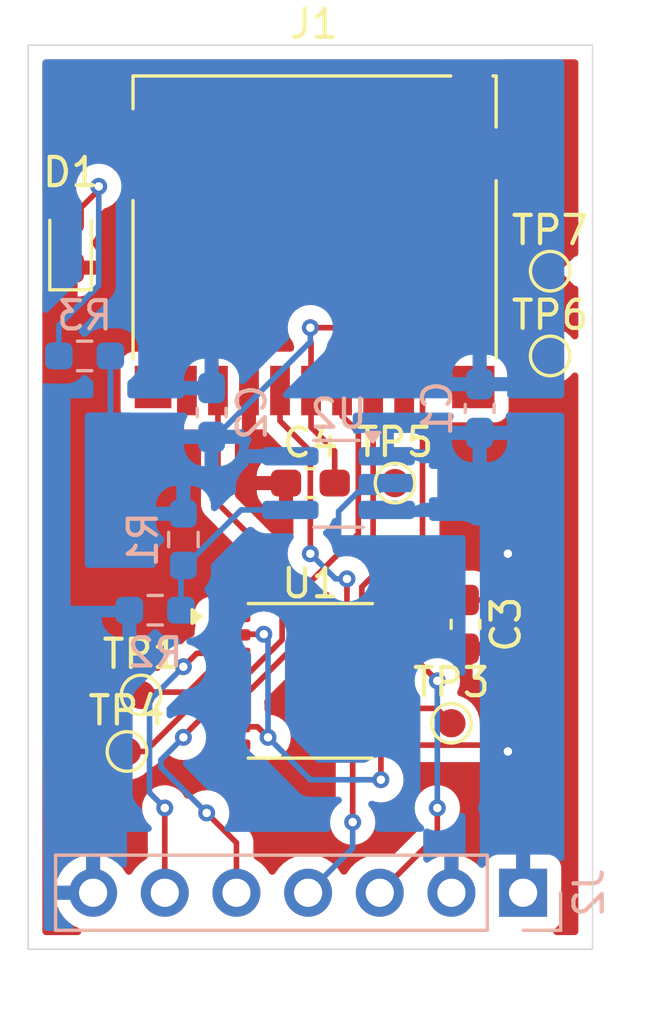
<source format=kicad_pcb>
(kicad_pcb (version 20240108) (generator "pcbnew") (generator_version "8.0")
  (layers (0 "F.Cu" signal) (31 "B.Cu" signal) (34 "B.Paste" user) (35 "F.Paste" user) (36 "B.SilkS" user "B.Silkscreen") (37 "F.SilkS" user "F.Silkscreen") (38 "B.Mask" user) (39 "F.Mask" user) (44 "Edge.Cuts" user))
  (net 0 "")
  (net 1 "VCC")
  (net 2 "GND")
  (net 3 "3.3v")
  (net 4 "Net-(D1-A)")
  (net 6 "DO")
  (net 7 "CLK")
  (net 9 "DI")
  (net 10 "SEL")
  (net 12 "MOSI")
  (net 13 "MISO")
  (net 14 "CS")
  (net 15 "SCK")
  (net 16 "Net-(U2-ADJ)")
  (footprint "Capacitor_SMD:C_0603_1608Metric_Pad1.08x0.95mm_HandSolder" (layer "F.Cu") (at 214.5 105.5 -90)
    (property "Reference" "C3" (at 0 -1.43 90) (layer "F.SilkS"))
    (property "Value" "1uF")
    (fp_line (start -0.146267 0.51) (end 0.146267 0.51) (stroke (width 0.12)) (layer "F.SilkS"))
    (fp_line (start -0.146267 -0.51) (end 0.146267 -0.51) (stroke (width 0.12)) (layer "F.SilkS"))
    (pad "1" smd roundrect (at -0.8625 0 270) (size 1.075 0.95) (layers "F.Cu" "F.Paste" "F.Mask") (net 1 "VCC"))
    (pad "2" smd roundrect (at 0.8625 0 270) (size 1.075 0.95) (layers "F.Cu" "F.Paste" "F.Mask") (net 2 "GND"))
  )
  (footprint "Connector_Card:microSD_HC_Hirose_DM3D-SF" (layer "F.Cu") (at 209.15 91.875)
    (property "Reference" "J1" (at -0.025 -7.625 360) (layer "F.SilkS"))
    (property "Value" "Micro_SD_Card")
    (fp_line (start -6.435 -5.785) (end 4.825 -5.785) (stroke (width 0.12)) (layer "F.SilkS"))
    (fp_line (start -6.435 -4.625) (end -6.435 -5.785) (stroke (width 0.12)) (layer "F.SilkS"))
    (fp_line (start -6.435 -1.375) (end -6.435 4.225) (stroke (width 0.12)) (layer "F.SilkS"))
    (fp_line (start 6.325 -5.785) (end 6.435 -5.785) (stroke (width 0.12)) (layer "F.SilkS"))
    (fp_line (start 6.435 -5.785) (end 6.435 -3.975) (stroke (width 0.12)) (layer "F.SilkS"))
    (fp_line (start 6.435 -2.075) (end 6.435 4.225) (stroke (width 0.12)) (layer "F.SilkS"))
    (pad "1" smd rect (at 3.175 5.35) (size 0.7 1.75) (layers "F.Cu" "F.Paste" "F.Mask"))
    (pad "2" smd rect (at 2.075 5.35) (size 0.7 1.75) (layers "F.Cu" "F.Paste" "F.Mask") (net 10 "SEL"))
    (pad "3" smd rect (at 0.975 5.35) (size 0.7 1.75) (layers "F.Cu" "F.Paste" "F.Mask") (net 9 "DI"))
    (pad "4" smd rect (at -0.125 5.35) (size 0.7 1.75) (layers "F.Cu" "F.Paste" "F.Mask") (net 3 "3.3v"))
    (pad "5" smd rect (at -1.225 5.35) (size 0.7 1.75) (layers "F.Cu" "F.Paste" "F.Mask") (net 7 "CLK"))
    (pad "6" smd rect (at -2.325 5.35) (size 0.7 1.75) (layers "F.Cu" "F.Paste" "F.Mask") (net 2 "GND"))
    (pad "7" smd rect (at -3.425 5.35) (size 0.7 1.75) (layers "F.Cu" "F.Paste" "F.Mask") (net 6 "DO"))
    (pad "8" smd rect (at -4.525 5.35) (size 0.7 1.75) (layers "F.Cu" "F.Paste" "F.Mask"))
    (pad "9" smd rect (at -5.65 -3.875) (size 1.45 1) (layers "F.Cu" "F.Paste" "F.Mask"))
    (pad "10" smd rect (at 5.575 -5.45) (size 1 1.55) (layers "F.Cu" "F.Paste" "F.Mask"))
    (pad "11" smd rect (at -5.975 -2.375) (size 0.8 1.5) (layers "F.Cu" "F.Paste" "F.Mask"))
    (pad "11" smd rect (at -5.725 5.225) (size 1.3 1.5) (layers "F.Cu" "F.Paste" "F.Mask"))
    (pad "11" smd rect (at 5.625 5.225) (size 1.5 1.5) (layers "F.Cu" "F.Paste" "F.Mask"))
    (pad "11" smd rect (at 5.975 -3.025) (size 0.8 1.4) (layers "F.Cu" "F.Paste" "F.Mask"))
    (zone (net 0) (net_name "") (layer "F.Cu") (connect_pads (clearance 0)) (min_thickness 0.254)
      (keepout (tracks not_allowed) (vias not_allowed) (pads not_allowed) (copperpour not_allowed) (footprints not_allowed))
      (fill (thermal_gap 0.508) (thermal_bridge_width 0.508))
      (polygon (pts (xy 204.225 90.35) (xy 212.725 90.35) (xy 212.725 92.35) (xy 204.225 92.35)))
    )
    (zone (net 0) (net_name "") (layer "F.Cu") (connect_pads (clearance 0)) (min_thickness 0.254)
      (keepout (tracks not_allowed) (vias not_allowed) (pads not_allowed) (copperpour not_allowed) (footprints not_allowed))
      (fill (thermal_gap 0.508) (thermal_bridge_width 0.508))
      (polygon (pts (xy 207.175 88) (xy 209.675 88) (xy 209.675 86.15) (xy 207.175 86.15)))
    )
  )
  (footprint "TestPoint:TestPoint_Pad_D1.0mm" (layer "F.Cu") (at 203 108)
    (property "Reference" "TP1" (at 0 -1.448 0) (layer "F.SilkS"))
    (property "Value" "TestPoint")
    (fp_circle (center 0 0) (end 0 0.7) (stroke (width 0.12)) (fill none) (layer "F.SilkS"))
    (pad "1" smd circle (at 0 0) (size 1 1) (layers "F.Cu" "F.Mask") (net 6 "DO"))
  )
  (footprint "TestPoint:TestPoint_Pad_D1.0mm" (layer "F.Cu") (at 214 109)
    (property "Reference" "TP3" (at 0 -1.448 0) (layer "F.SilkS"))
    (property "Value" "TestPoint")
    (fp_circle (center 0 0) (end 0 0.7) (stroke (width 0.12)) (fill none) (layer "F.SilkS"))
    (pad "1" smd circle (at 0 0) (size 1 1) (layers "F.Cu" "F.Mask") (net 7 "CLK"))
  )
  (footprint "TestPoint:TestPoint_Pad_D1.0mm" (layer "F.Cu") (at 212 100.5)
    (property "Reference" "TP5" (at 0 -1.448 0) (layer "F.SilkS"))
    (property "Value" "TestPoint")
    (fp_circle (center 0 0) (end 0 0.7) (stroke (width 0.12)) (fill none) (layer "F.SilkS"))
    (pad "1" smd circle (at 0 0) (size 1 1) (layers "F.Cu" "F.Mask") (net 10 "SEL"))
  )
  (footprint "TestPoint:TestPoint_Pad_D1.0mm" (layer "F.Cu") (at 217.5 93)
    (property "Reference" "TP7" (at 0 -1.448 0) (layer "F.SilkS"))
    (property "Value" "TestPoint")
    (fp_circle (center 0 0) (end 0 0.7) (stroke (width 0.12)) (fill none) (layer "F.SilkS"))
    (pad "1" smd circle (at 0 0) (size 1 1) (layers "F.Cu" "F.Mask") (net 2 "GND"))
  )
  (footprint "Package_SO:TSSOP-16_4.4x5mm_P0.65mm" (layer "F.Cu") (at 209 107.5)
    (property "Reference" "U1" (at 0 -3.45 0) (layer "F.SilkS"))
    (property "Value" "~")
    (fp_line (start 0 -2.735) (end -2.2 -2.735) (stroke (width 0.12)) (layer "F.SilkS"))
    (fp_line (start 0 -2.735) (end 2.2 -2.735) (stroke (width 0.12)) (layer "F.SilkS"))
    (fp_line (start 0 2.735) (end -2.2 2.735) (stroke (width 0.12)) (layer "F.SilkS"))
    (fp_line (start 0 2.735) (end 2.2 2.735) (stroke (width 0.12)) (layer "F.SilkS"))
    (fp_poly (pts (xy -3.86 -2.275) (xy -4.19 -2.515) (xy -4.19 -2.035) (xy -3.86 -2.275)) (stroke (width 0.12)) (fill solid) (layer "F.SilkS"))
    (pad "1" smd roundrect (at -2.8625 -2.275) (size 1.475 0.4) (layers "F.Cu" "F.Paste" "F.Mask") (net 1 "VCC"))
    (pad "2" smd roundrect (at -2.8625 -1.625) (size 1.475 0.4) (layers "F.Cu" "F.Paste" "F.Mask") (net 1 "VCC"))
    (pad "3" smd roundrect (at -2.8625 -0.975) (size 1.475 0.4) (layers "F.Cu" "F.Paste" "F.Mask") (net 13 "MISO"))
    (pad "4" smd roundrect (at -2.8625 -0.325) (size 1.475 0.4) (layers "F.Cu" "F.Paste" "F.Mask") (net 6 "DO"))
    (pad "5" smd roundrect (at -2.8625 0.325) (size 1.475 0.4) (layers "F.Cu" "F.Paste" "F.Mask") (net 9 "DI"))
    (pad "6" smd roundrect (at -2.8625 0.975) (size 1.475 0.4) (layers "F.Cu" "F.Paste" "F.Mask") (net 12 "MOSI"))
    (pad "7" smd roundrect (at -2.8625 1.625) (size 1.475 0.4) (layers "F.Cu" "F.Paste" "F.Mask") (net 1 "VCC"))
    (pad "8" smd roundrect (at -2.8625 2.275) (size 1.475 0.4) (layers "F.Cu" "F.Paste" "F.Mask") (net 2 "GND"))
    (pad "9" smd roundrect (at 2.8625 2.275) (size 1.475 0.4) (layers "F.Cu" "F.Paste" "F.Mask") (net 1 "VCC"))
    (pad "10" smd roundrect (at 2.8625 1.625) (size 1.475 0.4) (layers "F.Cu" "F.Paste" "F.Mask") (net 15 "SCK"))
    (pad "11" smd roundrect (at 2.8625 0.975) (size 1.475 0.4) (layers "F.Cu" "F.Paste" "F.Mask") (net 7 "CLK"))
    (pad "12" smd roundrect (at 2.8625 0.325) (size 1.475 0.4) (layers "F.Cu" "F.Paste" "F.Mask"))
    (pad "13" smd roundrect (at 2.8625 -0.325) (size 1.475 0.4) (layers "F.Cu" "F.Paste" "F.Mask") (net 10 "SEL"))
    (pad "14" smd roundrect (at 2.8625 -0.975) (size 1.475 0.4) (layers "F.Cu" "F.Paste" "F.Mask") (net 14 "CS"))
    (pad "15" smd roundrect (at 2.8625 -1.625) (size 1.475 0.4) (layers "F.Cu" "F.Paste" "F.Mask") (net 1 "VCC"))
    (pad "16" smd roundrect (at 2.8625 -2.275) (size 1.475 0.4) (layers "F.Cu" "F.Paste" "F.Mask") (net 3 "3.3v"))
  )
  (footprint "Capacitor_SMD:C_0603_1608Metric_Pad1.08x0.95mm_HandSolder" (layer "F.Cu") (at 209 100.5)
    (property "Reference" "C4" (at 0 -1.43 0) (layer "F.SilkS"))
    (property "Value" "1uF")
    (fp_line (start -0.146267 -0.51) (end 0.146267 -0.51) (stroke (width 0.12)) (layer "F.SilkS"))
    (fp_line (start -0.146267 0.51) (end 0.146267 0.51) (stroke (width 0.12)) (layer "F.SilkS"))
    (pad "1" smd roundrect (at -0.8625 0) (size 1.075 0.95) (layers "F.Cu" "F.Paste" "F.Mask") (net 2 "GND"))
    (pad "2" smd roundrect (at 0.8625 0) (size 1.075 0.95) (layers "F.Cu" "F.Paste" "F.Mask") (net 3 "3.3v"))
  )
  (footprint "LED_SMD:LED_0603_1608Metric_Pad1.05x0.95mm_HandSolder" (layer "F.Cu") (at 200.5 92 90)
    (property "Reference" "D1" (at 2.5 0 180) (layer "F.SilkS"))
    (property "Value" "LED")
    (fp_line (start 0.8 -0.735) (end -1.66 -0.735) (stroke (width 0.12)) (layer "F.SilkS"))
    (fp_line (start -1.66 -0.735) (end -1.66 0.735) (stroke (width 0.12)) (layer "F.SilkS"))
    (fp_line (start -1.66 0.735) (end 0.8 0.735) (stroke (width 0.12)) (layer "F.SilkS"))
    (pad "1" smd roundrect (at -0.875 0 90) (size 1.05 0.95) (layers "F.Cu" "F.Paste" "F.Mask") (net 2 "GND"))
    (pad "2" smd roundrect (at 0.875 0 90) (size 1.05 0.95) (layers "F.Cu" "F.Paste" "F.Mask") (net 4 "Net-(D1-A)"))
  )
  (footprint "TestPoint:TestPoint_Pad_D1.0mm" (layer "F.Cu") (at 202.5 110)
    (property "Reference" "TP4" (at 0 -1.448 0) (layer "F.SilkS"))
    (property "Value" "TestPoint")
    (fp_circle (center 0 0) (end 0 0.7) (stroke (width 0.12)) (fill none) (layer "F.SilkS"))
    (pad "1" smd circle (at 0 0) (size 1 1) (layers "F.Cu" "F.Mask") (net 9 "DI"))
  )
  (footprint "TestPoint:TestPoint_Pad_D1.0mm" (layer "F.Cu") (at 217.5 96)
    (property "Reference" "TP6" (at 0 -1.448 0) (layer "F.SilkS"))
    (property "Value" "TestPoint")
    (fp_circle (center 0 0) (end 0 0.7) (stroke (width 0.12)) (fill none) (layer "F.SilkS"))
    (pad "1" smd circle (at 0 0) (size 1 1) (layers "F.Cu" "F.Mask") (net 3 "3.3v"))
  )
  (footprint "Capacitor_SMD:C_0603_1608Metric_Pad1.08x0.95mm_HandSolder" (layer "B.Cu") (at 205.5 98 90)
    (property "Reference" "C2" (at 0 1.43 90) (layer "B.SilkS") (effects (justify mirror)))
    (property "Value" "4.7uF")
    (fp_line (start 0.146267 -0.51) (end -0.146267 -0.51) (stroke (width 0.12)) (layer "B.SilkS"))
    (fp_line (start 0.146267 0.51) (end -0.146267 0.51) (stroke (width 0.12)) (layer "B.SilkS"))
    (pad "1" smd roundrect (at -0.8625 0 90) (size 1.075 0.95) (layers "B.Cu" "B.Paste" "B.Mask") (net 3 "3.3v"))
    (pad "2" smd roundrect (at 0.8625 0 90) (size 1.075 0.95) (layers "B.Cu" "B.Paste" "B.Mask") (net 2 "GND"))
  )
  (footprint "Resistor_SMD:R_0603_1608Metric_Pad0.98x0.95mm_HandSolder" (layer "B.Cu") (at 203.5 105 180)
    (property "Reference" "R2" (at 0 -1.5 0) (layer "B.SilkS") (effects (justify mirror)))
    (property "Value" "1.7k")
    (fp_line (start 0.254724 0.5225) (end -0.254724 0.5225) (stroke (width 0.12)) (layer "B.SilkS"))
    (fp_line (start 0.254724 -0.5225) (end -0.254724 -0.5225) (stroke (width 0.12)) (layer "B.SilkS"))
    (pad "1" smd roundrect (at -0.9125 0 180) (size 0.975 0.95) (layers "B.Cu" "B.Paste" "B.Mask") (net 16 "Net-(U2-ADJ)"))
    (pad "2" smd roundrect (at 0.9125 0 180) (size 0.975 0.95) (layers "B.Cu" "B.Paste" "B.Mask") (net 2 "GND"))
  )
  (footprint "Connector_PinHeader_2.54mm:PinHeader_1x07_P2.54mm_Vertical" (layer "B.Cu") (at 216.54 115 90)
    (property "Reference" "J2" (at 0 2.33 -90) (layer "B.SilkS") (effects (justify mirror)))
    (property "Value" "Conn_01x06")
    (fp_line (start 1.33 -16.57) (end -1.33 -16.57) (stroke (width 0.12)) (layer "B.SilkS"))
    (fp_line (start 1.33 -16.57) (end 1.33 -1.27) (stroke (width 0.12)) (layer "B.SilkS"))
    (fp_line (start -1.33 -16.57) (end -1.33 -1.27) (stroke (width 0.12)) (layer "B.SilkS"))
    (fp_line (start 1.33 -1.27) (end -1.33 -1.27) (stroke (width 0.12)) (layer "B.SilkS"))
    (fp_line (start 0 1.33) (end -1.33 1.33) (stroke (width 0.12)) (layer "B.SilkS"))
    (fp_line (start -1.33 1.33) (end -1.33 0) (stroke (width 0.12)) (layer "B.SilkS"))
    (pad "1" thru_hole rect (at 0 0 90) (size 1.7 1.7) (drill 1) (layers "*.Cu" "*.Mask") (net 1 "VCC"))
    (pad "2" thru_hole oval (at 0 -2.54 90) (size 1.7 1.7) (drill 1) (layers "*.Cu" "*.Mask") (net 2 "GND"))
    (pad "3" thru_hole oval (at 0 -5.08 90) (size 1.7 1.7) (drill 1) (layers "*.Cu" "*.Mask") (net 14 "CS"))
    (pad "4" thru_hole oval (at 0 -7.62 90) (size 1.7 1.7) (drill 1) (layers "*.Cu" "*.Mask") (net 15 "SCK"))
    (pad "5" thru_hole oval (at 0 -10.16 90) (size 1.7 1.7) (drill 1) (layers "*.Cu" "*.Mask") (net 12 "MOSI"))
    (pad "6" thru_hole oval (at 0 -12.7 90) (size 1.7 1.7) (drill 1) (layers "*.Cu" "*.Mask") (net 13 "MISO"))
    (pad "7" thru_hole oval (at 0 -15.24 90) (size 1.7 1.7) (drill 1) (layers "*.Cu" "*.Mask") (net 2 "GND"))
  )
  (footprint "Resistor_SMD:R_0603_1608Metric_Pad0.98x0.95mm_HandSolder" (layer "B.Cu") (at 204.5 102.5 -90)
    (property "Reference" "R1" (at 0 1.43 90) (layer "B.SilkS") (effects (justify mirror)))
    (property "Value" "10k")
    (fp_line (start 0.254724 0.5225) (end -0.254724 0.5225) (stroke (width 0.12)) (layer "B.SilkS"))
    (fp_line (start 0.254724 -0.5225) (end -0.254724 -0.5225) (stroke (width 0.12)) (layer "B.SilkS"))
    (pad "1" smd roundrect (at -0.9125 0 270) (size 0.975 0.95) (layers "B.Cu" "B.Paste" "B.Mask") (net 3 "3.3v"))
    (pad "2" smd roundrect (at 0.9125 0 270) (size 0.975 0.95) (layers "B.Cu" "B.Paste" "B.Mask") (net 16 "Net-(U2-ADJ)"))
  )
  (footprint "Capacitor_SMD:C_0603_1608Metric_Pad1.08x0.95mm_HandSolder" (layer "B.Cu") (at 215 97.8625 90)
    (property "Reference" "C1" (at 0 -1.5 90) (layer "B.SilkS") (effects (justify mirror)))
    (property "Value" "1uF")
    (fp_line (start 0.146267 -0.51) (end -0.146267 -0.51) (stroke (width 0.12)) (layer "B.SilkS"))
    (fp_line (start 0.146267 0.51) (end -0.146267 0.51) (stroke (width 0.12)) (layer "B.SilkS"))
    (pad "1" smd roundrect (at -0.8625 0 90) (size 1.075 0.95) (layers "B.Cu" "B.Paste" "B.Mask") (net 1 "VCC"))
    (pad "2" smd roundrect (at 0.8625 0 90) (size 1.075 0.95) (layers "B.Cu" "B.Paste" "B.Mask") (net 2 "GND"))
  )
  (footprint "Resistor_SMD:R_0603_1608Metric_Pad0.98x0.95mm_HandSolder" (layer "B.Cu") (at 201 96 180)
    (property "Reference" "R3" (at 0 1.43 0) (layer "B.SilkS") (effects (justify mirror)))
    (property "Value" "10R")
    (fp_line (start 0.254724 0.5225) (end -0.254724 0.5225) (stroke (width 0.12)) (layer "B.SilkS"))
    (fp_line (start 0.254724 -0.5225) (end -0.254724 -0.5225) (stroke (width 0.12)) (layer "B.SilkS"))
    (pad "1" smd roundrect (at -0.9125 0 180) (size 0.975 0.95) (layers "B.Cu" "B.Paste" "B.Mask") (net 3 "3.3v"))
    (pad "2" smd roundrect (at 0.9125 0 180) (size 0.975 0.95) (layers "B.Cu" "B.Paste" "B.Mask") (net 4 "Net-(D1-A)"))
  )
  (footprint "Package_TO_SOT_SMD:TSOT-23-5_HandSoldering" (layer "B.Cu") (at 210 100.5 180)
    (property "Reference" "U2" (at 0 2.45 0) (layer "B.SilkS") (effects (justify mirror)))
    (property "Value" "~")
    (fp_line (start 0.88 1.51) (end 0.08 1.51) (stroke (width 0.12)) (layer "B.SilkS"))
    (fp_line (start 0.88 -1.56) (end -0.88 -1.56) (stroke (width 0.12)) (layer "B.SilkS"))
    (fp_line (start -0.72 1.51) (end 0.08 1.51) (stroke (width 0.12)) (layer "B.SilkS"))
    (fp_poly (pts (xy -1.22 1.46) (xy -1.46 1.79) (xy -0.98 1.79) (xy -1.22 1.46)) (stroke (width 0.12)) (fill solid) (layer "B.SilkS"))
    (pad "1" smd roundrect (at -1.71 0.95 180) (size 2 0.65) (layers "B.Cu" "B.Paste" "B.Mask") (net 1 "VCC"))
    (pad "2" smd roundrect (at -1.71 0 180) (size 2 0.65) (layers "B.Cu" "B.Paste" "B.Mask") (net 2 "GND"))
    (pad "3" smd roundrect (at -1.71 -0.95 180) (size 2 0.65) (layers "B.Cu" "B.Paste" "B.Mask") (net 1 "VCC"))
    (pad "4" smd roundrect (at 1.71 -0.95 180) (size 2 0.65) (layers "B.Cu" "B.Paste" "B.Mask") (net 16 "Net-(U2-ADJ)"))
    (pad "5" smd roundrect (at 1.71 0.95 180) (size 2 0.65) (layers "B.Cu" "B.Paste" "B.Mask") (net 3 "3.3v"))
  )
  (gr_line (start 219 117) (end 219 85) (stroke (width 0.05)) (layer "Edge.Cuts"))
  (gr_line (start 219 85) (end 199 85) (stroke (width 0.05)) (layer "Edge.Cuts"))
  (gr_line (start 199 85) (end 199 117) (stroke (width 0.05)) (layer "Edge.Cuts"))
  (gr_line (start 199 117) (end 219 117) (stroke (width 0.05)) (layer "Edge.Cuts"))
  (segment (start 211.8625 105.875) (end 213.2625 105.875) (width 0.2) (layer "F.Cu") (net 1))
  (segment (start 211.5 110.1375) (end 211.8625 109.775) (width 0.2) (layer "F.Cu") (net 1))
  (segment (start 216 104) (end 216 103) (width 0.2) (layer "F.Cu") (net 1))
  (segment (start 206.161765 105.850735) (end 206.1375 105.875) (width 0.2) (layer "F.Cu") (net 1))
  (segment (start 206.1375 109.125) (end 207.125 109.125) (width 0.2) (layer "F.Cu") (net 1))
  (segment (start 207.350734 105.850735) (end 206.161765 105.850735) (width 0.2) (layer "F.Cu") (net 1))
  (segment (start 215.3625 104.6375) (end 216 104) (width 0.2) (layer "F.Cu") (net 1))
  (segment (start 215.775 109.775) (end 216 110) (width 0.2) (layer "F.Cu") (net 1))
  (segment (start 211.5 111) (end 211.5 110.1375) (width 0.2) (layer "F.Cu") (net 1))
  (segment (start 213.2625 105.875) (end 214.5 104.6375) (width 0.2) (layer "F.Cu") (net 1))
  (segment (start 211.8625 109.775) (end 215.775 109.775) (width 0.2) (layer "F.Cu") (net 1))
  (segment (start 207.125 109.125) (end 207.5 109.5) (width 0.2) (layer "F.Cu") (net 1))
  (segment (start 206.1375 105.875) (end 206.1375 105.225) (width 0.2) (layer "F.Cu") (net 1))
  (segment (start 214.5 104.6375) (end 215.3625 104.6375) (width 0.2) (layer "F.Cu") (net 1))
  (via (at 207.350734 105.850735) (size 0.6) (drill 0.3) (layers "F.Cu" "B.Cu") (net 1))
  (via (at 211.5 111) (size 0.6) (drill 0.3) (layers "F.Cu" "B.Cu") (net 1))
  (via (at 207.5 109.5) (size 0.6) (drill 0.3) (layers "F.Cu" "B.Cu") (net 1))
  (via (at 216 103) (size 0.6) (drill 0.3) (layers "F.Cu" "B.Cu") (net 1))
  (via (at 216 110) (size 0.6) (drill 0.3) (layers "F.Cu" "B.Cu") (net 1))
  (segment (start 209 111) (end 211.5 111) (width 0.2) (layer "B.Cu") (net 1))
  (segment (start 207.5 109.5) (end 209 111) (width 0.2) (layer "B.Cu") (net 1))
  (segment (start 207.5 109.5) (end 207.5 106.000001) (width 0.2) (layer "B.Cu") (net 1))
  (segment (start 207.5 106.000001) (end 207.350734 105.850735) (width 0.2) (layer "B.Cu") (net 1))
  (segment (start 211.71 100.5) (end 211.385 100.825) (width 0.2) (layer "B.Cu") (net 2))
  (segment (start 210.676424 100.825) (end 210 101.501424) (width 0.2) (layer "B.Cu") (net 2))
  (segment (start 210 101.501424) (end 210 102.5) (width 0.2) (layer "B.Cu") (net 2))
  (segment (start 211.385 100.825) (end 210.676424 100.825) (width 0.2) (layer "B.Cu") (net 2))
  (segment (start 209.8625 99.3625) (end 209.025 98.525) (width 0.2) (layer "F.Cu") (net 3))
  (segment (start 211.925 95) (end 212.975 96.05) (width 0.2) (layer "F.Cu") (net 3))
  (segment (start 209.025 95.525) (end 209.025 97.225) (width 0.2) (layer "F.Cu") (net 3))
  (segment (start 212.975 96.05) (end 212.975 104.1125) (width 0.2) (layer "F.Cu") (net 3))
  (segment (start 209 95) (end 211.925 95) (width 0.2) (layer "F.Cu") (net 3))
  (segment (start 209.025 98.525) (end 209.025 97.225) (width 0.2) (layer "F.Cu") (net 3))
  (segment (start 216.5 95) (end 211.925 95) (width 0.2) (layer "F.Cu") (net 3))
  (segment (start 212.975 104.1125) (end 211.8625 105.225) (width 0.2) (layer "F.Cu") (net 3))
  (segment (start 209 95.5) (end 209.025 95.525) (width 0.2) (layer "F.Cu") (net 3))
  (segment (start 217.5 96) (end 216.5 95) (width 0.2) (layer "F.Cu") (net 3))
  (segment (start 209 95) (end 209 95.5) (width 0.2) (layer "F.Cu") (net 3))
  (segment (start 209.8625 100.5) (end 209.8625 99.3625) (width 0.2) (layer "F.Cu") (net 3))
  (via (at 209 95) (size 0.6) (drill 0.3) (layers "F.Cu" "B.Cu") (net 3))
  (segment (start 207.5 97) (end 209 95.5) (width 0.2) (layer "B.Cu") (net 3))
  (segment (start 201.9125 96) (end 201.9125 98.4125) (width 0.2) (layer "B.Cu") (net 3))
  (segment (start 205.5 98.8625) (end 205.6375 98.8625) (width 0.2) (layer "B.Cu") (net 3))
  (segment (start 205.6375 98.8625) (end 207.5 97) (width 0.2) (layer "B.Cu") (net 3))
  (segment (start 201.9125 98.4125) (end 202.5 99) (width 0.2) (layer "B.Cu") (net 3))
  (segment (start 209 95.5) (end 209 95) (width 0.2) (layer "B.Cu") (net 3))
  (segment (start 201.5 90.125) (end 200.5 91.125) (width 0.2) (layer "F.Cu") (net 4))
  (segment (start 201.5 90) (end 201.5 90.125) (width 0.2) (layer "F.Cu") (net 4))
  (via (at 201.5 90) (size 0.6) (drill 0.3) (layers "F.Cu" "B.Cu") (net 4))
  (segment (start 200.0875 94.9125) (end 201.5 93.5) (width 0.2) (layer "B.Cu") (net 4))
  (segment (start 201.5 93.5) (end 201.5 90) (width 0.2) (layer "B.Cu") (net 4))
  (segment (start 200.0875 96) (end 200.0875 94.9125) (width 0.2) (layer "B.Cu") (net 4))
  (segment (start 206.874999 107.175) (end 208 106.049999) (width 0.2) (layer "F.Cu") (net 6))
  (segment (start 203 108) (end 203.1 107.9) (width 0.2) (layer "F.Cu") (net 6))
  (segment (start 204.675001 107.9) (end 205.400001 107.175) (width 0.2) (layer "F.Cu") (net 6))
  (segment (start 205.725 101.225) (end 205.725 97.225) (width 0.2) (layer "F.Cu") (net 6))
  (segment (start 205.400001 107.175) (end 206.1375 107.175) (width 0.2) (layer "F.Cu") (net 6))
  (segment (start 206.1375 107.175) (end 206.874999 107.175) (width 0.2) (layer "F.Cu") (net 6))
  (segment (start 208 103.5) (end 205.725 101.225) (width 0.2) (layer "F.Cu") (net 6))
  (segment (start 203.1 107.9) (end 204.675001 107.9) (width 0.2) (layer "F.Cu") (net 6))
  (segment (start 208 106.049999) (end 208 103.5) (width 0.2) (layer "F.Cu") (net 6))
  (segment (start 209 99.375) (end 207.925 98.3) (width 0.2) (layer "F.Cu") (net 7))
  (segment (start 211.8625 108.475) (end 211.125001 108.475) (width 0.2) (layer "F.Cu") (net 7))
  (segment (start 211.525 108.475) (end 211.5 108.5) (width 0.2) (layer "F.Cu") (net 7))
  (segment (start 214 109) (end 213.475 108.475) (width 0.2) (layer "F.Cu") (net 7))
  (segment (start 209 103) (end 209 99.375) (width 0.2) (layer "F.Cu") (net 7))
  (segment (start 210.296717 107.646716) (end 210.296717 103.89054) (width 0.2) (layer "F.Cu") (net 7))
  (segment (start 213.475 108.475) (end 211.8625 108.475) (width 0.2) (layer "F.Cu") (net 7))
  (segment (start 207.925 98.3) (end 207.925 97.225) (width 0.2) (layer "F.Cu") (net 7))
  (segment (start 211.125001 108.475) (end 210.296717 107.646716) (width 0.2) (layer "F.Cu") (net 7))
  (via (at 209 103) (size 0.6) (drill 0.3) (layers "F.Cu" "B.Cu") (net 7))
  (via (at 210.296717 103.89054) (size 0.6) (drill 0.3) (layers "F.Cu" "B.Cu") (net 7))
  (segment (start 210.296717 103.89054) (end 209.89054 103.89054) (width 0.2) (layer "B.Cu") (net 7))
  (segment (start 209.89054 103.89054) (end 209 103) (width 0.2) (layer "B.Cu") (net 7))
  (segment (start 210.7 102.3) (end 210.7 98.7) (width 0.2) (layer "F.Cu") (net 9))
  (segment (start 208.5 104.5) (end 210.7 102.3) (width 0.2) (layer "F.Cu") (net 9))
  (segment (start 210.7 98.7) (end 210.125 98.125) (width 0.2) (layer "F.Cu") (net 9))
  (segment (start 206.874999 107.825) (end 208.5 106.199999) (width 0.2) (layer "F.Cu") (net 9))
  (segment (start 208.5 106.199999) (end 208.5 104.5) (width 0.2) (layer "F.Cu") (net 9))
  (segment (start 202.5 110) (end 203.151471 110) (width 0.2) (layer "F.Cu") (net 9))
  (segment (start 206.1375 107.825) (end 206.874999 107.825) (width 0.2) (layer "F.Cu") (net 9))
  (segment (start 203.151471 110) (end 205.326471 107.825) (width 0.2) (layer "F.Cu") (net 9))
  (segment (start 205.326471 107.825) (end 206.1375 107.825) (width 0.2) (layer "F.Cu") (net 9))
  (segment (start 210.125 98.125) (end 210.125 97.225) (width 0.2) (layer "F.Cu") (net 9))
  (segment (start 212 100.5) (end 211.225 100.5) (width 0.2) (layer "F.Cu") (net 10))
  (segment (start 211.225 103.775) (end 211.225 100.5) (width 0.2) (layer "F.Cu") (net 10))
  (segment (start 211.125001 107.175) (end 210.825 106.874999) (width 0.2) (layer "F.Cu") (net 10))
  (segment (start 210.825 106.874999) (end 210.825 104.175) (width 0.2) (layer "F.Cu") (net 10))
  (segment (start 210.825 104.175) (end 211.225 103.775) (width 0.2) (layer "F.Cu") (net 10))
  (segment (start 211.225 100.5) (end 211.225 97.225) (width 0.2) (layer "F.Cu") (net 10))
  (segment (start 211.8625 107.175) (end 211.125001 107.175) (width 0.2) (layer "F.Cu") (net 10))
  (segment (start 204.5 109.5) (end 204.5 109.456544) (width 0.2) (layer "F.Cu") (net 12))
  (segment (start 205.324265 112.175735) (end 205.324265 112.175736) (width 0.2) (layer "F.Cu") (net 12))
  (segment (start 206.38 113.231471) (end 206.38 115) (width 0.2) (layer "F.Cu") (net 12))
  (segment (start 205.481544 108.475) (end 206.1375 108.475) (width 0.2) (layer "F.Cu") (net 12))
  (segment (start 204.5 109.456544) (end 205.481544 108.475) (width 0.2) (layer "F.Cu") (net 12))
  (segment (start 205.324265 112.175736) (end 206.38 113.231471) (width 0.2) (layer "F.Cu") (net 12))
  (via (at 205.324265 112.175735) (size 0.6) (drill 0.3) (layers "F.Cu" "B.Cu") (net 12))
  (via (at 204.5 109.5) (size 0.6) (drill 0.3) (layers "F.Cu" "B.Cu") (net 12))
  (segment (start 203.7 110.55147) (end 203.7 110.3) (width 0.2) (layer "B.Cu") (net 12))
  (segment (start 203.7 110.3) (end 204.5 109.5) (width 0.2) (layer "B.Cu") (net 12))
  (segment (start 205.324265 112.175735) (end 203.7 110.55147) (width 0.2) (layer "B.Cu") (net 12))
  (segment (start 203.84 112) (end 203.84 115) (width 0.2) (layer "F.Cu") (net 13))
  (segment (start 204.5 107) (end 204.975 106.525) (width 0.2) (layer "F.Cu") (net 13))
  (segment (start 204.975 106.525) (end 206.1375 106.525) (width 0.2) (layer "F.Cu") (net 13))
  (via (at 204.5 107) (size 0.6) (drill 0.3) (layers "F.Cu" "B.Cu") (net 13))
  (via (at 203.84 112) (size 0.6) (drill 0.3) (layers "F.Cu" "B.Cu") (net 13))
  (segment (start 203.3 111.46) (end 203.3 108.2) (width 0.2) (layer "B.Cu") (net 13))
  (segment (start 203.84 112) (end 203.3 111.46) (width 0.2) (layer "B.Cu") (net 13))
  (segment (start 203.3 108.2) (end 204.5 107) (width 0.2) (layer "B.Cu") (net 13))
  (segment (start 213.5 107.5) (end 212.525 106.525) (width 0.2) (layer "F.Cu") (net 14))
  (segment (start 212.525 106.525) (end 211.8625 106.525) (width 0.2) (layer "F.Cu") (net 14))
  (segment (start 211.46 115) (end 213.5 112.96) (width 0.2) (layer "F.Cu") (net 14))
  (segment (start 213.5 112.96) (end 213.5 112) (width 0.2) (layer "F.Cu") (net 14))
  (via (at 213.5 107.5) (size 0.6) (drill 0.3) (layers "F.Cu" "B.Cu") (net 14))
  (via (at 213.5 112) (size 0.6) (drill 0.3) (layers "F.Cu" "B.Cu") (net 14))
  (segment (start 213.5 112) (end 213.5 107.5) (width 0.2) (layer "B.Cu") (net 14))
  (segment (start 210.5 112.5) (end 210.5 109.831544) (width 0.2) (layer "F.Cu") (net 15))
  (segment (start 211.206544 109.125) (end 211.8625 109.125) (width 0.2) (layer "F.Cu") (net 15))
  (segment (start 210.5 109.831544) (end 211.206544 109.125) (width 0.2) (layer "F.Cu") (net 15))
  (via (at 210.5 112.5) (size 0.6) (drill 0.3) (layers "F.Cu" "B.Cu") (net 15))
  (segment (start 210.5 113.42) (end 208.92 115) (width 0.2) (layer "B.Cu") (net 15))
  (segment (start 210.5 112.5) (end 210.5 113.42) (width 0.2) (layer "B.Cu") (net 15))
  (segment (start 204.4125 105) (end 204.4125 103.5) (width 0.2) (layer "B.Cu") (net 16))
  (segment (start 204.4125 103.5) (end 204.5 103.4125) (width 0.2) (layer "B.Cu") (net 16))
  (segment (start 204.5 103.4125) (end 204.5875 103.4125) (width 0.2) (layer "B.Cu") (net 16))
  (segment (start 206.55 101.45) (end 208.29 101.45) (width 0.2) (layer "B.Cu") (net 16))
  (segment (start 204.5875 103.4125) (end 206.55 101.45) (width 0.2) (layer "B.Cu") (net 16))
  (zone (net 2) (net_name "GND") (layer "F.Cu") (priority 3) (connect_pads (clearance 0.5)) (min_thickness 0.25) (fill yes (thermal_gap 0.5) (thermal_bridge_width 0.5))
    (polygon (pts (xy 198 84) (xy 219.5 84) (xy 219.5 117.5) (xy 198 117.5)))
  )
  (zone (net 1) (net_name "VCC") (layer "B.Cu") (connect_pads (clearance 0.5)) (min_thickness 0.25) (fill yes (thermal_gap 0.5) (thermal_bridge_width 0.5))
    (polygon (pts (xy 210.5 100) (xy 213.5 100) (xy 213.5 101) (xy 210.5 101) (xy 210.5 102) (xy 215 102) (xy 215 111) (xy 214.5 113) (xy 214.5 116.5) (xy 218 116.5) (xy 218 98) (xy 210.5 98)))
  )
  (zone (net 3) (net_name "3.3v") (layer "B.Cu") (priority 1) (connect_pads (clearance 0.5)) (min_thickness 0.25) (fill yes (thermal_gap 0.5) (thermal_bridge_width 0.5))
    (polygon (pts (xy 207 100) (xy 209.5 100) (xy 209.5 99) (xy 207 99) (xy 206 98) (xy 201 98) (xy 201 103.5) (xy 205 103.5)))
  )
  (zone (net 2) (net_name "GND") (layer "B.Cu") (priority 2) (connect_pads (clearance 0.5)) (min_thickness 0.25) (fill yes (thermal_gap 0.5) (thermal_bridge_width 0.5))
    (polygon (pts (xy 213 116.344702) (xy 214.5 116.344702) (xy 214.5 112.844702) (xy 214.5 110.844702) (xy 214.5 102.344702) (xy 210 102.344702) (xy 210 100.344702) (xy 207 100.344702) (xy 205.5 103.344702) (xy 204 103.844702) (xy 204 104.844702) (xy 202 104.844702) (xy 200.5 104.844702) (xy 200.5 97.5) (xy 218 97.5) (xy 218 85.5) (xy 199.5 85.5) (xy 199.5 90) (xy 199.5 108.844702) (xy 199.55 116.35) (xy 202.5 116.349419) (xy 202.49994 112.848838) (xy 213 112.844702)))
  )
)
</source>
